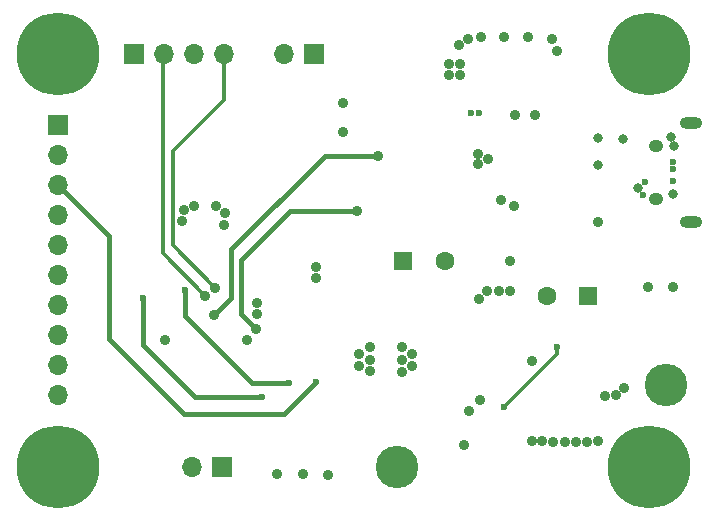
<source format=gbr>
%TF.GenerationSoftware,KiCad,Pcbnew,5.1.6*%
%TF.CreationDate,2021-04-04T19:37:59+02:00*%
%TF.ProjectId,teriyaki,74657269-7961-46b6-992e-6b696361645f,rev?*%
%TF.SameCoordinates,Original*%
%TF.FileFunction,Copper,L4,Bot*%
%TF.FilePolarity,Positive*%
%FSLAX46Y46*%
G04 Gerber Fmt 4.6, Leading zero omitted, Abs format (unit mm)*
G04 Created by KiCad (PCBNEW 5.1.6) date 2021-04-04 19:37:59*
%MOMM*%
%LPD*%
G01*
G04 APERTURE LIST*
%TA.AperFunction,ComponentPad*%
%ADD10O,1.700000X1.700000*%
%TD*%
%TA.AperFunction,ComponentPad*%
%ADD11R,1.700000X1.700000*%
%TD*%
%TA.AperFunction,ComponentPad*%
%ADD12C,0.800000*%
%TD*%
%TA.AperFunction,ComponentPad*%
%ADD13C,7.000000*%
%TD*%
%TA.AperFunction,ComponentPad*%
%ADD14C,1.600000*%
%TD*%
%TA.AperFunction,ComponentPad*%
%ADD15R,1.600000X1.600000*%
%TD*%
%TA.AperFunction,ComponentPad*%
%ADD16O,1.900000X1.000000*%
%TD*%
%TA.AperFunction,ComponentPad*%
%ADD17O,1.250000X1.050000*%
%TD*%
%TA.AperFunction,ComponentPad*%
%ADD18C,3.600000*%
%TD*%
%TA.AperFunction,ViaPad*%
%ADD19C,0.900000*%
%TD*%
%TA.AperFunction,ViaPad*%
%ADD20C,0.800000*%
%TD*%
%TA.AperFunction,ViaPad*%
%ADD21C,0.600000*%
%TD*%
%TA.AperFunction,Conductor*%
%ADD22C,0.400000*%
%TD*%
%TA.AperFunction,Conductor*%
%ADD23C,0.300000*%
%TD*%
G04 APERTURE END LIST*
D10*
%TO.P,J3,10*%
%TO.N,GPIO_PC4*%
X92000000Y-118600000D03*
%TO.P,J3,9*%
%TO.N,GPIO_PB7*%
X92000000Y-116060000D03*
%TO.P,J3,8*%
%TO.N,GPIO_PB6*%
X92000000Y-113520000D03*
%TO.P,J3,7*%
%TO.N,GPIO_PB5*%
X92000000Y-110980000D03*
%TO.P,J3,6*%
%TO.N,GPIO_PB4*%
X92000000Y-108440000D03*
%TO.P,J3,5*%
%TO.N,GPIO_PB3*%
X92000000Y-105900000D03*
%TO.P,J3,4*%
%TO.N,TIM2_CH2*%
X92000000Y-103360000D03*
%TO.P,J3,3*%
%TO.N,TIM3_CH1*%
X92000000Y-100820000D03*
%TO.P,J3,2*%
%TO.N,TIM2_CH1*%
X92000000Y-98280000D03*
D11*
%TO.P,J3,1*%
%TO.N,TIM3_CH2*%
X92000000Y-95740000D03*
%TD*%
D10*
%TO.P,J4,2*%
%TO.N,I2C_SCL*%
X103300000Y-124700000D03*
D11*
%TO.P,J4,1*%
%TO.N,I2C_SDA*%
X105840000Y-124700000D03*
%TD*%
D12*
%TO.P,H3,1*%
%TO.N,GND*%
X93856155Y-122843845D03*
X92000000Y-122075000D03*
X90143845Y-122843845D03*
X89375000Y-124700000D03*
X90143845Y-126556155D03*
X92000000Y-127325000D03*
X93856155Y-126556155D03*
X94625000Y-124700000D03*
D13*
X92000000Y-124700000D03*
%TD*%
D12*
%TO.P,H4,1*%
%TO.N,GND*%
X143856155Y-87843845D03*
X142000000Y-87075000D03*
X140143845Y-87843845D03*
X139375000Y-89700000D03*
X140143845Y-91556155D03*
X142000000Y-92325000D03*
X143856155Y-91556155D03*
X144625000Y-89700000D03*
D13*
X142000000Y-89700000D03*
%TD*%
D12*
%TO.P,H2,1*%
%TO.N,GND*%
X93856155Y-87843845D03*
X92000000Y-87075000D03*
X90143845Y-87843845D03*
X89375000Y-89700000D03*
X90143845Y-91556155D03*
X92000000Y-92325000D03*
X93856155Y-91556155D03*
X94625000Y-89700000D03*
D13*
X92000000Y-89700000D03*
%TD*%
D12*
%TO.P,H1,1*%
%TO.N,GND*%
X143856155Y-122843845D03*
X142000000Y-122075000D03*
X140143845Y-122843845D03*
X139375000Y-124700000D03*
X140143845Y-126556155D03*
X142000000Y-127325000D03*
X143856155Y-126556155D03*
X144625000Y-124700000D03*
D13*
X142000000Y-124700000D03*
%TD*%
D14*
%TO.P,C2,2*%
%TO.N,GND*%
X133350000Y-110236000D03*
D15*
%TO.P,C2,1*%
%TO.N,REG_VIN*%
X136850000Y-110236000D03*
%TD*%
D14*
%TO.P,C7,2*%
%TO.N,GND*%
X124700000Y-107200000D03*
D15*
%TO.P,C7,1*%
%TO.N,+3V3*%
X121200000Y-107200000D03*
%TD*%
D16*
%TO.P,J1,6*%
%TO.N,Net-(J1-Pad6)*%
X145550000Y-95575000D03*
X145550000Y-103925000D03*
D17*
X142550000Y-97525000D03*
X142550000Y-101975000D03*
%TD*%
D10*
%TO.P,J2,2*%
%TO.N,STM8_TX*%
X111120000Y-89680000D03*
D11*
%TO.P,J2,1*%
%TO.N,STM8_RX*%
X113660000Y-89680000D03*
%TD*%
D10*
%TO.P,J_SWIM1,4*%
%TO.N,STM8_NRST*%
X106035000Y-89700000D03*
%TO.P,J_SWIM1,3*%
%TO.N,GND*%
X103495000Y-89700000D03*
%TO.P,J_SWIM1,2*%
%TO.N,STM8_SWIM*%
X100955000Y-89700000D03*
D11*
%TO.P,J_SWIM1,1*%
%TO.N,+3V3*%
X98415000Y-89700000D03*
%TD*%
D18*
%TO.P,TP1,1*%
%TO.N,+3V3*%
X120680000Y-124690000D03*
%TD*%
%TO.P,TP2,1*%
%TO.N,REG_VIN*%
X143400000Y-117700000D03*
%TD*%
D19*
%TO.N,GND*%
X143992600Y-109474000D03*
%TO.N,REG_VIN*%
X141935200Y-109474000D03*
%TO.N,+3V3*%
X107952400Y-113899200D03*
X101043600Y-113899200D03*
D20*
%TO.N,GND*%
X139776200Y-96873060D03*
X144068800Y-101600000D03*
D21*
X144050002Y-100482400D03*
X141681200Y-100533200D03*
X141483637Y-101633285D03*
D20*
X141097000Y-101015800D03*
D19*
X128295400Y-109753400D03*
X129260600Y-109753400D03*
X130200400Y-109753400D03*
X127584200Y-110439200D03*
X132969000Y-122504200D03*
X133908800Y-122529600D03*
X134848600Y-122529600D03*
X135788400Y-122529600D03*
X136728200Y-122529600D03*
X137668000Y-122504200D03*
X132054600Y-122504200D03*
X139903200Y-117957600D03*
X139217400Y-118592600D03*
X138277600Y-118643400D03*
X132130800Y-115671600D03*
X126769800Y-119958800D03*
X127658800Y-119019000D03*
X108816000Y-111740200D03*
X108816000Y-110775000D03*
X113794400Y-108692200D03*
X113769000Y-107752400D03*
X102600000Y-102900000D03*
X129489200Y-102057200D03*
X132334000Y-94843600D03*
X130632200Y-94869000D03*
X110540000Y-125287600D03*
X112673400Y-125287600D03*
X114841400Y-125343000D03*
X130200000Y-107200000D03*
X137700000Y-103900000D03*
X116100000Y-93900000D03*
X116100000Y-96300000D03*
X102500000Y-103850000D03*
X103500000Y-102550000D03*
X125900000Y-88950000D03*
X126700000Y-88410000D03*
X134170000Y-89450000D03*
X133800000Y-88400000D03*
X131770000Y-88280000D03*
X129750000Y-88280000D03*
X127800000Y-88260000D03*
D21*
X126900000Y-94700000D03*
X127580000Y-94720000D03*
D19*
%TO.N,+3V3*%
X130600000Y-102600000D03*
X118338600Y-115620800D03*
X118364000Y-116586000D03*
X121081800Y-115620800D03*
X121081800Y-116611400D03*
X117449600Y-115138200D03*
X117449600Y-116128800D03*
X121970800Y-116103400D03*
X121945400Y-115112800D03*
X121056400Y-114554000D03*
X118338600Y-114477800D03*
X126363400Y-122778200D03*
X105310800Y-102570800D03*
X106072800Y-103205800D03*
X106047400Y-104171000D03*
X127533400Y-98145600D03*
X127533400Y-99060000D03*
X128346200Y-98602800D03*
X126009400Y-90576400D03*
X126009400Y-91516200D03*
X125069600Y-90576400D03*
X125069600Y-91516200D03*
D20*
%TO.N,REG_VIN*%
X137693400Y-99110800D03*
X144100000Y-97500000D03*
X143865600Y-96723200D03*
X143865600Y-96723200D03*
X143865600Y-96723200D03*
X143865600Y-96723200D03*
X143865600Y-96723200D03*
X137637818Y-96850200D03*
D21*
X144068800Y-98831400D03*
X144068800Y-99441000D03*
%TO.N,REG_FEEDBACK*%
X129680000Y-119640000D03*
X134220000Y-114500000D03*
D19*
%TO.N,STM8_RX*%
X105206272Y-111798829D03*
X119040000Y-98330000D03*
%TO.N,STM8_TX*%
X117250000Y-103000000D03*
X108690000Y-112960000D03*
D21*
%TO.N,TIM3_CH1*%
X113770000Y-117520000D03*
%TO.N,GPIO_PB6*%
X111540000Y-117530000D03*
X102750000Y-109720000D03*
%TO.N,GPIO_PB7*%
X109220000Y-118710000D03*
X99180000Y-110350000D03*
D19*
%TO.N,STM8_SWIM*%
X104411370Y-110161825D03*
%TO.N,STM8_NRST*%
X105290000Y-109500000D03*
%TD*%
D22*
%TO.N,GND*%
X141483637Y-101633285D02*
X141524990Y-101591932D01*
D23*
%TO.N,REG_FEEDBACK*%
X134220000Y-115100000D02*
X134220000Y-114500000D01*
X129680000Y-119640000D02*
X134220000Y-115100000D01*
D22*
%TO.N,STM8_RX*%
X105206272Y-111798829D02*
X106630000Y-110375101D01*
X106630000Y-110375101D02*
X106630000Y-106260000D01*
X114560000Y-98330000D02*
X119040000Y-98330000D01*
X106630000Y-106260000D02*
X114560000Y-98330000D01*
%TO.N,STM8_TX*%
X111640000Y-103000000D02*
X117250000Y-103000000D01*
X107490000Y-111760000D02*
X107490000Y-107150000D01*
X108690000Y-112960000D02*
X107490000Y-111760000D01*
X107490000Y-107150000D02*
X111640000Y-103000000D01*
%TO.N,TIM3_CH1*%
X113770000Y-117520000D02*
X111070000Y-120220000D01*
X104191458Y-120220000D02*
X104181458Y-120210000D01*
X111070000Y-120220000D02*
X104191458Y-120220000D01*
X104181458Y-120210000D02*
X102660000Y-120210000D01*
X102660000Y-120210000D02*
X96290000Y-113840000D01*
X96290000Y-105110000D02*
X92000000Y-100820000D01*
X96290000Y-113840000D02*
X96290000Y-105110000D01*
%TO.N,GPIO_PB6*%
X111540000Y-117530000D02*
X108390000Y-117530000D01*
X102750000Y-111890000D02*
X102750000Y-109720000D01*
X108390000Y-117530000D02*
X102750000Y-111890000D01*
%TO.N,GPIO_PB7*%
X109220000Y-118710000D02*
X103530000Y-118710000D01*
X103530000Y-118710000D02*
X99150000Y-114330000D01*
X99150000Y-110380000D02*
X99180000Y-110350000D01*
X99150000Y-114330000D02*
X99150000Y-110380000D01*
D23*
%TO.N,STM8_SWIM*%
X104411370Y-110161825D02*
X100850000Y-106600455D01*
X100850000Y-89805000D02*
X100955000Y-89700000D01*
X100850000Y-106600455D02*
X100850000Y-89805000D01*
%TO.N,STM8_NRST*%
X101699999Y-105909999D02*
X101699999Y-97940001D01*
X105290000Y-109500000D02*
X101699999Y-105909999D01*
X106035000Y-93605000D02*
X106035000Y-89700000D01*
X101699999Y-97940001D02*
X106035000Y-93605000D01*
%TD*%
M02*

</source>
